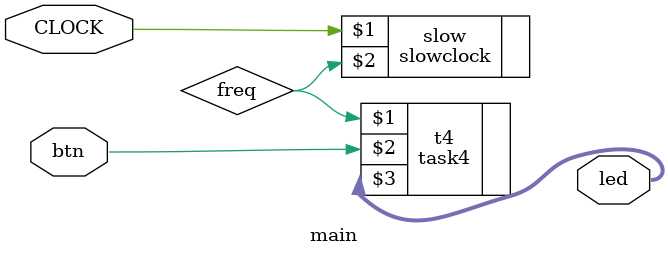
<source format=v>
`timescale 1ns / 1ps

module main(input CLOCK, input btn, output [15:0] led);
    wire freq, pulse, count;
    slowclock slow (CLOCK, freq);
    //task3 t3 (freq, btn, led[7:0]);
    task4 t4 (freq, btn, led[15:0]);
endmodule

</source>
